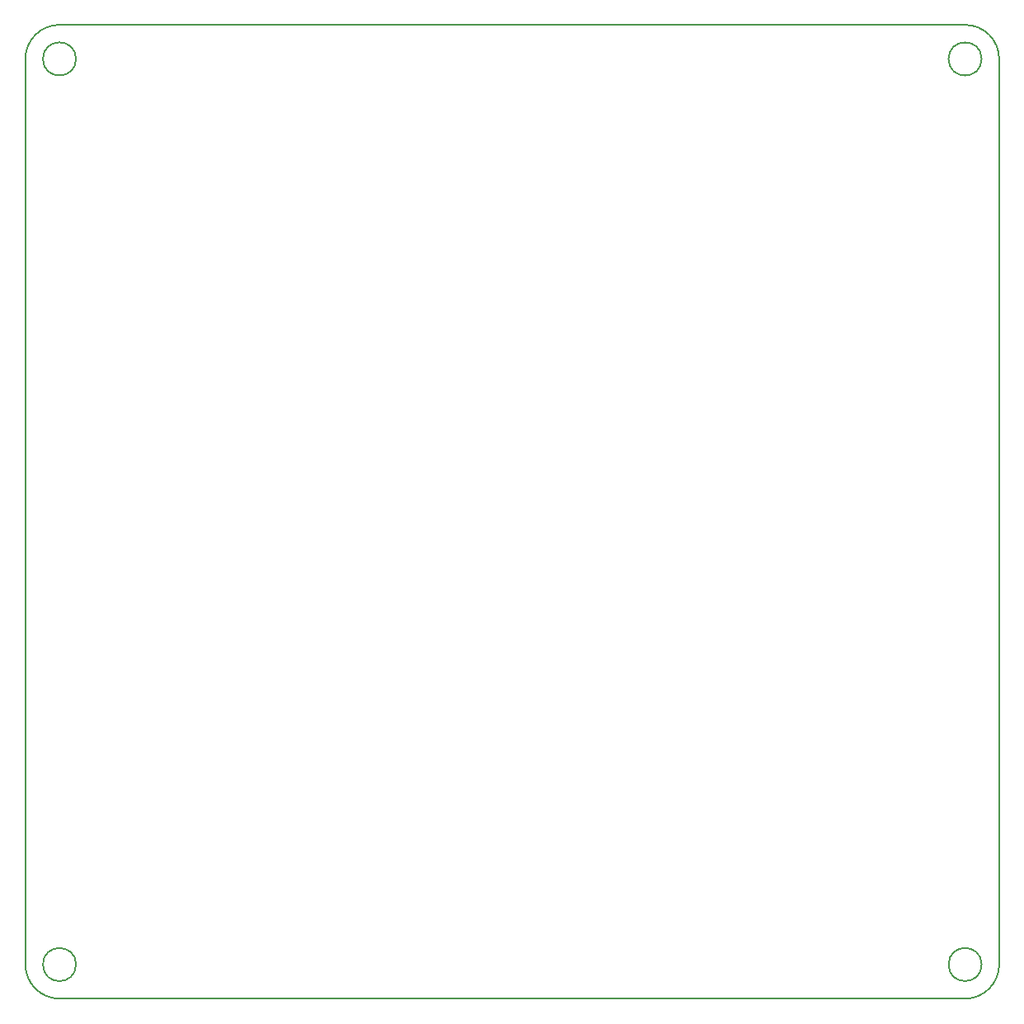
<source format=gbr>
%TF.GenerationSoftware,KiCad,Pcbnew,(5.1.9)-1*%
%TF.CreationDate,2021-06-30T11:05:27-04:00*%
%TF.ProjectId,charging_board_relay,63686172-6769-46e6-975f-626f6172645f,rev?*%
%TF.SameCoordinates,Original*%
%TF.FileFunction,Profile,NP*%
%FSLAX46Y46*%
G04 Gerber Fmt 4.6, Leading zero omitted, Abs format (unit mm)*
G04 Created by KiCad (PCBNEW (5.1.9)-1) date 2021-06-30 11:05:27*
%MOMM*%
%LPD*%
G01*
G04 APERTURE LIST*
%TA.AperFunction,Profile*%
%ADD10C,0.200000*%
%TD*%
G04 APERTURE END LIST*
D10*
X160818000Y-50820000D02*
G75*
G02*
X164318000Y-54320000I0J-3500000D01*
G01*
X164318000Y-147320000D02*
X164318000Y-54320000D01*
X164318000Y-147320000D02*
G75*
G02*
X160818000Y-150820000I-3500000J0D01*
G01*
X67818000Y-150820000D02*
X160818000Y-150820000D01*
X67818000Y-150820000D02*
G75*
G02*
X64318000Y-147320000I0J3500000D01*
G01*
X64318000Y-54320000D02*
X64318000Y-147320000D01*
X69518000Y-54320000D02*
G75*
G03*
X69518000Y-54320000I-1700000J0D01*
G01*
X160818000Y-50820000D02*
X67817999Y-50820000D01*
X64318000Y-54320000D02*
G75*
G02*
X67818000Y-50820000I3500000J0D01*
G01*
X162518000Y-54320000D02*
G75*
G03*
X162518000Y-54320000I-1700000J0D01*
G01*
X69518000Y-147320000D02*
G75*
G03*
X69518000Y-147320000I-1700000J0D01*
G01*
X162518000Y-147320000D02*
G75*
G03*
X162518000Y-147320000I-1700000J0D01*
G01*
M02*

</source>
